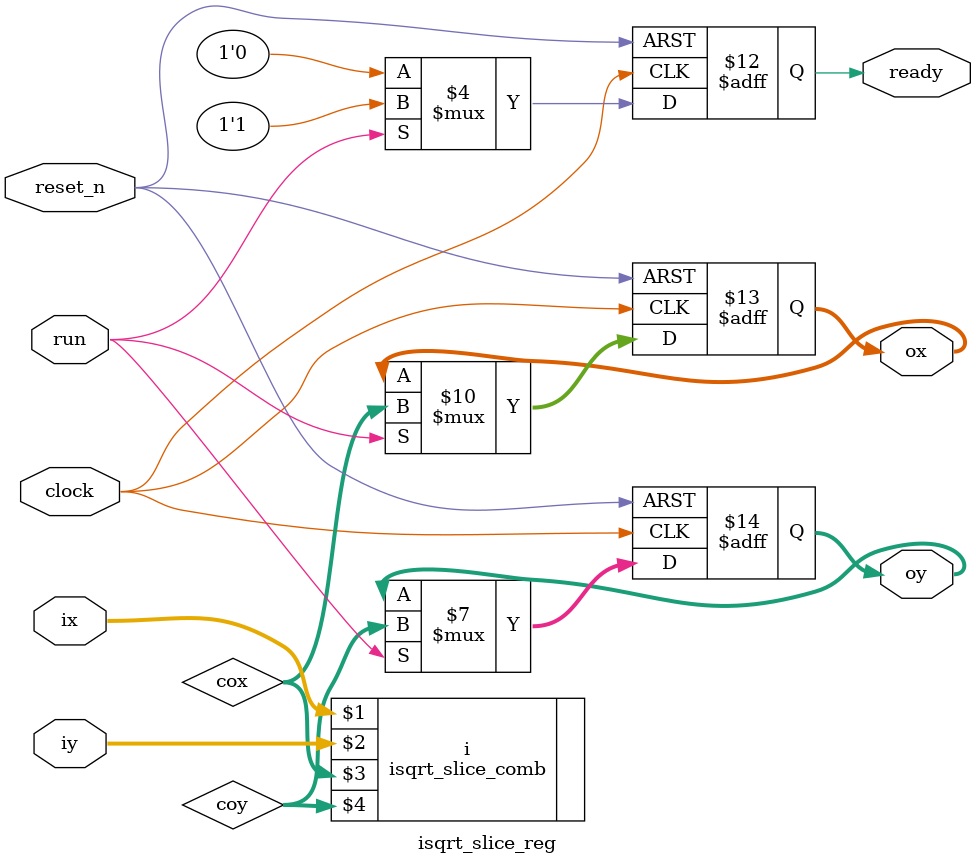
<source format=v>
module isqrt_slice_reg
(
    input             clock,
    input             reset_n,
    input             run,
    input      [31:0] ix,
    input      [31:0] iy,
    output reg        ready,
    output reg [31:0] ox,
    output reg [31:0] oy
);

    parameter [31:0] m = 32'h4000_0000;

    wire [31:0] cox, coy;

    isqrt_slice_comb #(m) i (ix, iy, cox, coy);

    always @(posedge clock or negedge reset_n)
    begin
        if (! reset_n)
        begin
            ready <= 0;
            ox    <= 0;
            oy    <= 0;
        end
        else if (run)
        begin
            ready <= 1;
            ox    <= cox;
            oy    <= coy;
        end
        else
        begin
            ready <= 0;
        end
    end

endmodule

</source>
